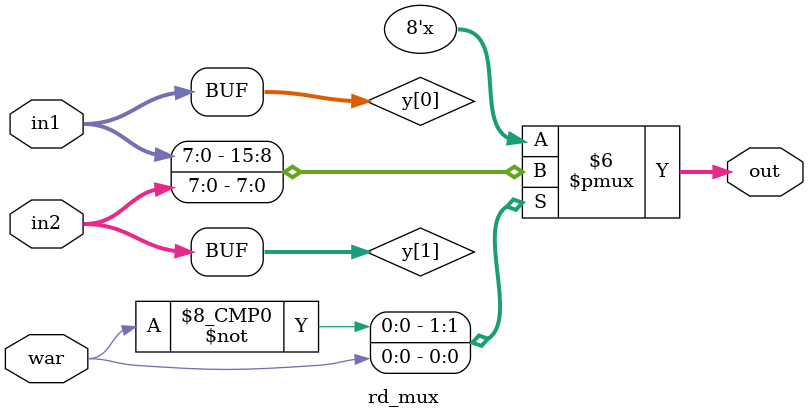
<source format=v>
`timescale 1ns / 1ps


module rd_mux
#(
    parameter WIDTH = 8
)
(
    input [WIDTH-1:0] in1 ,
    input [WIDTH-1:0] in2,
    input war,
    
    output [WIDTH-1:0] out
    );
    
    wire [WIDTH-1:0] y [1:0];
    assign y[0] = in1;
    assign y[1] = in2;
    
    assign out = y[war];
endmodule

</source>
